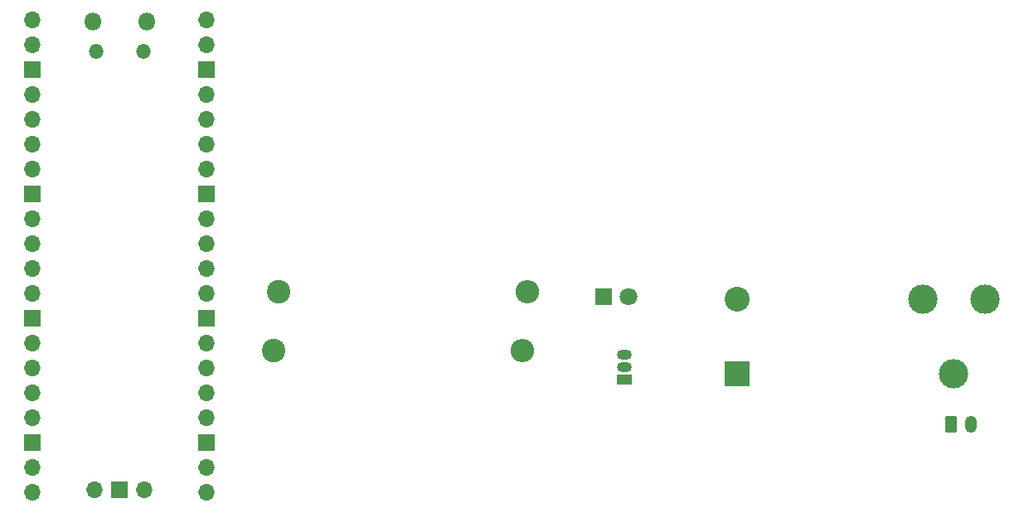
<source format=gbr>
%TF.GenerationSoftware,KiCad,Pcbnew,8.0.0*%
%TF.CreationDate,2024-03-28T12:09:13-03:00*%
%TF.ProjectId,Ponderada,506f6e64-6572-4616-9461-2e6b69636164,rev?*%
%TF.SameCoordinates,Original*%
%TF.FileFunction,Soldermask,Bot*%
%TF.FilePolarity,Negative*%
%FSLAX46Y46*%
G04 Gerber Fmt 4.6, Leading zero omitted, Abs format (unit mm)*
G04 Created by KiCad (PCBNEW 8.0.0) date 2024-03-28 12:09:13*
%MOMM*%
%LPD*%
G01*
G04 APERTURE LIST*
G04 Aperture macros list*
%AMRoundRect*
0 Rectangle with rounded corners*
0 $1 Rounding radius*
0 $2 $3 $4 $5 $6 $7 $8 $9 X,Y pos of 4 corners*
0 Add a 4 corners polygon primitive as box body*
4,1,4,$2,$3,$4,$5,$6,$7,$8,$9,$2,$3,0*
0 Add four circle primitives for the rounded corners*
1,1,$1+$1,$2,$3*
1,1,$1+$1,$4,$5*
1,1,$1+$1,$6,$7*
1,1,$1+$1,$8,$9*
0 Add four rect primitives between the rounded corners*
20,1,$1+$1,$2,$3,$4,$5,0*
20,1,$1+$1,$4,$5,$6,$7,0*
20,1,$1+$1,$6,$7,$8,$9,0*
20,1,$1+$1,$8,$9,$2,$3,0*%
G04 Aperture macros list end*
%ADD10O,1.800000X1.800000*%
%ADD11O,1.500000X1.500000*%
%ADD12O,1.700000X1.700000*%
%ADD13R,1.700000X1.700000*%
%ADD14C,2.400000*%
%ADD15O,2.400000X2.400000*%
%ADD16R,1.500000X1.050000*%
%ADD17O,1.500000X1.050000*%
%ADD18C,2.540000*%
%ADD19R,2.540000X2.540000*%
%ADD20C,3.000000*%
%ADD21RoundRect,0.250000X-0.350000X-0.625000X0.350000X-0.625000X0.350000X0.625000X-0.350000X0.625000X0*%
%ADD22O,1.200000X1.750000*%
%ADD23R,1.800000X1.800000*%
%ADD24C,1.800000*%
G04 APERTURE END LIST*
D10*
%TO.C,U1*%
X119360000Y-87835000D03*
D11*
X119660000Y-90865000D03*
X124510000Y-90865000D03*
D10*
X124810000Y-87835000D03*
D12*
X113195000Y-87705000D03*
X113195000Y-90245000D03*
D13*
X113195000Y-92785000D03*
D12*
X113195000Y-95325000D03*
X113195000Y-97865000D03*
X113195000Y-100405000D03*
X113195000Y-102945000D03*
D13*
X113195000Y-105485000D03*
D12*
X113195000Y-108025000D03*
X113195000Y-110565000D03*
X113195000Y-113105000D03*
X113195000Y-115645000D03*
D13*
X113195000Y-118185000D03*
D12*
X113195000Y-120725000D03*
X113195000Y-123265000D03*
X113195000Y-125805000D03*
X113195000Y-128345000D03*
D13*
X113195000Y-130885000D03*
D12*
X113195000Y-133425000D03*
X113195000Y-135965000D03*
X130975000Y-135965000D03*
X130975000Y-133425000D03*
D13*
X130975000Y-130885000D03*
D12*
X130975000Y-128345000D03*
X130975000Y-125805000D03*
X130975000Y-123265000D03*
X130975000Y-120725000D03*
D13*
X130975000Y-118185000D03*
D12*
X130975000Y-115645000D03*
X130975000Y-113105000D03*
X130975000Y-110565000D03*
X130975000Y-108025000D03*
D13*
X130975000Y-105485000D03*
D12*
X130975000Y-102945000D03*
X130975000Y-100405000D03*
X130975000Y-97865000D03*
X130975000Y-95325000D03*
D13*
X130975000Y-92785000D03*
D12*
X130975000Y-90245000D03*
X130975000Y-87705000D03*
X119545000Y-135735000D03*
D13*
X122085000Y-135735000D03*
D12*
X124625000Y-135735000D03*
%TD*%
D14*
%TO.C,R2*%
X138300000Y-115500000D03*
D15*
X163700000Y-115500000D03*
%TD*%
D14*
%TO.C,R1*%
X137800000Y-121500000D03*
D15*
X163200000Y-121500000D03*
%TD*%
D16*
%TO.C,Q1*%
X173630000Y-124410000D03*
D17*
X173630000Y-123140000D03*
X173630000Y-121870000D03*
%TD*%
D18*
%TO.C,K1*%
X185150000Y-116180000D03*
D19*
X185150000Y-123800000D03*
D20*
X210450000Y-116180000D03*
X204050000Y-116180000D03*
X207250000Y-123800000D03*
%TD*%
D21*
%TO.C,J1*%
X207000000Y-129000000D03*
D22*
X209000000Y-129000000D03*
%TD*%
D23*
%TO.C,D1*%
X171460000Y-116000000D03*
D24*
X174000000Y-116000000D03*
%TD*%
M02*

</source>
